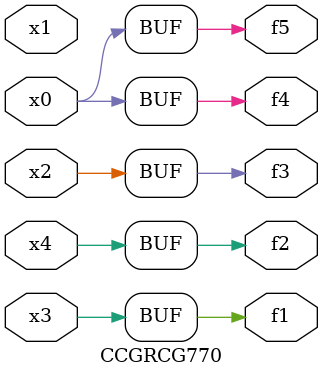
<source format=v>
module CCGRCG770(
	input x0, x1, x2, x3, x4,
	output f1, f2, f3, f4, f5
);
	assign f1 = x3;
	assign f2 = x4;
	assign f3 = x2;
	assign f4 = x0;
	assign f5 = x0;
endmodule

</source>
